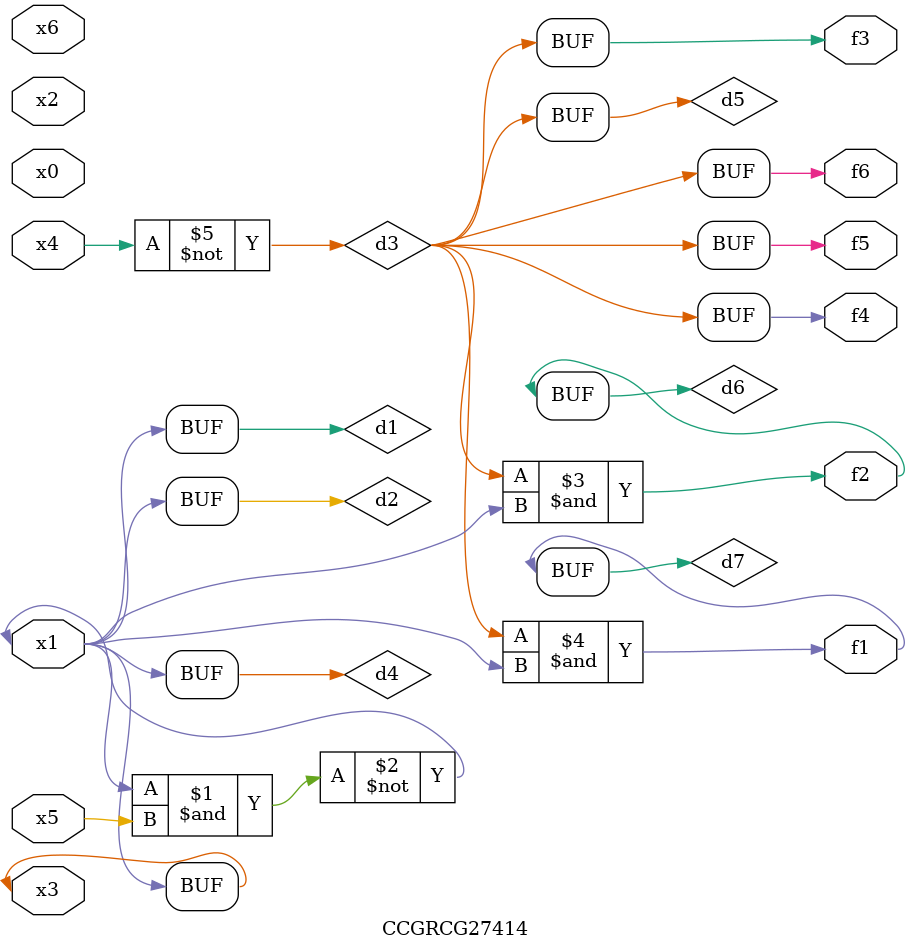
<source format=v>
module CCGRCG27414(
	input x0, x1, x2, x3, x4, x5, x6,
	output f1, f2, f3, f4, f5, f6
);

	wire d1, d2, d3, d4, d5, d6, d7;

	buf (d1, x1, x3);
	nand (d2, x1, x5);
	not (d3, x4);
	buf (d4, d1, d2);
	buf (d5, d3);
	and (d6, d3, d4);
	and (d7, d3, d4);
	assign f1 = d7;
	assign f2 = d6;
	assign f3 = d5;
	assign f4 = d5;
	assign f5 = d5;
	assign f6 = d5;
endmodule

</source>
